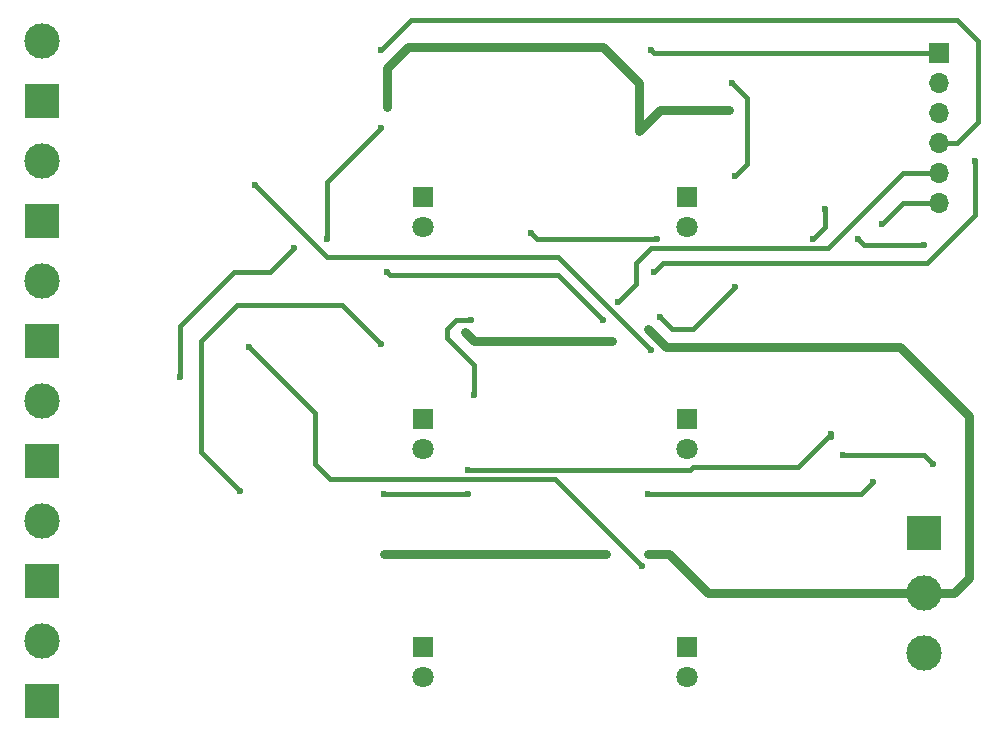
<source format=gbr>
G04 #@! TF.FileFunction,Copper,L2,Bot,Signal*
%FSLAX46Y46*%
G04 Gerber Fmt 4.6, Leading zero omitted, Abs format (unit mm)*
G04 Created by KiCad (PCBNEW 4.0.7) date 08/12/18 23:10:55*
%MOMM*%
%LPD*%
G01*
G04 APERTURE LIST*
%ADD10C,0.100000*%
%ADD11R,1.800000X1.800000*%
%ADD12C,1.800000*%
%ADD13R,3.000000X3.000000*%
%ADD14C,3.000000*%
%ADD15R,1.700000X1.700000*%
%ADD16O,1.700000X1.700000*%
%ADD17C,0.600000*%
%ADD18C,0.400000*%
%ADD19C,0.750000*%
G04 APERTURE END LIST*
D10*
D11*
X81280000Y-62484000D03*
D12*
X81280000Y-65024000D03*
D11*
X81280000Y-81788000D03*
D12*
X81280000Y-84328000D03*
D11*
X58928000Y-43688000D03*
D12*
X58928000Y-46228000D03*
D11*
X58928000Y-62484000D03*
D12*
X58928000Y-65024000D03*
D11*
X58928000Y-81788000D03*
D12*
X58928000Y-84328000D03*
D13*
X101346000Y-72136000D03*
D14*
X101346000Y-77216000D03*
X101346000Y-82296000D03*
D15*
X102616000Y-31496000D03*
D16*
X102616000Y-34036000D03*
X102616000Y-36576000D03*
X102616000Y-39116000D03*
X102616000Y-41656000D03*
X102616000Y-44196000D03*
D13*
X26670000Y-35560000D03*
D14*
X26670000Y-30480000D03*
D13*
X26670000Y-45720000D03*
D14*
X26670000Y-40640000D03*
D13*
X26670000Y-55880000D03*
D14*
X26670000Y-50800000D03*
D13*
X26670000Y-66040000D03*
D14*
X26670000Y-60960000D03*
D13*
X26670000Y-76200000D03*
D14*
X26670000Y-71120000D03*
D13*
X26670000Y-86360000D03*
D14*
X26670000Y-81280000D03*
D11*
X81280000Y-43688000D03*
D12*
X81280000Y-46228000D03*
D17*
X85344000Y-51308000D03*
X78994000Y-53848000D03*
X92964000Y-44704000D03*
X91948000Y-47244000D03*
X78232000Y-56642000D03*
X44704000Y-42672000D03*
X44196000Y-56388000D03*
X77470000Y-74930000D03*
X38354000Y-58928000D03*
X48006000Y-48006000D03*
X50800000Y-47244000D03*
X55372000Y-37846000D03*
X78232000Y-31242000D03*
X105664000Y-40640000D03*
X78486000Y-50038000D03*
X77978000Y-68834000D03*
X97028000Y-67818000D03*
X55372000Y-31242000D03*
X75438000Y-52578000D03*
X74168000Y-54102000D03*
X55880000Y-50038000D03*
X97790000Y-45974000D03*
X93472000Y-63754000D03*
X62738000Y-66802000D03*
X62738000Y-68834000D03*
X55626000Y-68834000D03*
X85344000Y-41910000D03*
X85090000Y-34036000D03*
X63246000Y-60452000D03*
X62992000Y-54102000D03*
X55372000Y-56134000D03*
X43434000Y-68580000D03*
X74930000Y-55880000D03*
X62484000Y-55118000D03*
X55880000Y-36068000D03*
X84836000Y-36322000D03*
X77216000Y-38100000D03*
X77978000Y-54864000D03*
X55626000Y-73914000D03*
X74422000Y-73914000D03*
X77978000Y-73914000D03*
X78740000Y-47244000D03*
X68072000Y-46736000D03*
X101346000Y-47752000D03*
X95758000Y-47244000D03*
X94488000Y-65532000D03*
X102108000Y-66294000D03*
D18*
X81788000Y-54864000D02*
X85344000Y-51308000D01*
X80010000Y-54864000D02*
X81788000Y-54864000D01*
X78994000Y-53848000D02*
X80010000Y-54864000D01*
X92964000Y-46228000D02*
X92964000Y-44704000D01*
X91948000Y-47244000D02*
X92964000Y-46228000D01*
X70358000Y-48768000D02*
X78232000Y-56642000D01*
X50800000Y-48768000D02*
X70358000Y-48768000D01*
X44704000Y-42672000D02*
X50800000Y-48768000D01*
X44196000Y-56388000D02*
X49784000Y-61976000D01*
X49784000Y-61976000D02*
X49784000Y-66294000D01*
X49784000Y-66294000D02*
X51054000Y-67564000D01*
X51054000Y-67564000D02*
X70104000Y-67564000D01*
X70104000Y-67564000D02*
X77470000Y-74930000D01*
X38354000Y-54610000D02*
X38354000Y-58928000D01*
X42926000Y-50038000D02*
X38354000Y-54610000D01*
X45974000Y-50038000D02*
X42926000Y-50038000D01*
X48006000Y-48006000D02*
X45974000Y-50038000D01*
X50800000Y-42418000D02*
X50800000Y-47244000D01*
X55372000Y-37846000D02*
X50800000Y-42418000D01*
X78486000Y-31496000D02*
X102616000Y-31496000D01*
X78232000Y-31242000D02*
X78486000Y-31496000D01*
X105664000Y-45212000D02*
X105664000Y-40640000D01*
X101600000Y-49276000D02*
X105664000Y-45212000D01*
X79248000Y-49276000D02*
X101600000Y-49276000D01*
X78486000Y-50038000D02*
X79248000Y-49276000D01*
X77978000Y-68834000D02*
X96012000Y-68834000D01*
X96012000Y-68834000D02*
X97028000Y-67818000D01*
X104140000Y-39116000D02*
X102616000Y-39116000D01*
X105918000Y-37338000D02*
X104140000Y-39116000D01*
X105918000Y-30480000D02*
X105918000Y-37338000D01*
X104140000Y-28702000D02*
X105918000Y-30480000D01*
X57912000Y-28702000D02*
X104140000Y-28702000D01*
X55372000Y-31242000D02*
X57912000Y-28702000D01*
X99568000Y-41656000D02*
X102616000Y-41656000D01*
X93218000Y-48006000D02*
X99568000Y-41656000D01*
X78232000Y-48006000D02*
X93218000Y-48006000D01*
X76962000Y-49276000D02*
X78232000Y-48006000D01*
X76962000Y-51054000D02*
X76962000Y-49276000D01*
X75438000Y-52578000D02*
X76962000Y-51054000D01*
X70358000Y-50292000D02*
X74168000Y-54102000D01*
X56134000Y-50292000D02*
X70358000Y-50292000D01*
X55880000Y-50038000D02*
X56134000Y-50292000D01*
X97790000Y-45974000D02*
X99568000Y-44196000D01*
X102616000Y-44196000D02*
X99568000Y-44196000D01*
X93472000Y-63754000D02*
X93218000Y-64008000D01*
X93218000Y-64008000D02*
X93472000Y-64008000D01*
X90678000Y-66548000D02*
X93218000Y-64008000D01*
X81788000Y-66548000D02*
X90678000Y-66548000D01*
X81534000Y-66802000D02*
X81788000Y-66548000D01*
X62738000Y-66802000D02*
X81534000Y-66802000D01*
X55626000Y-68834000D02*
X62738000Y-68834000D01*
X86360000Y-40894000D02*
X85344000Y-41910000D01*
X86360000Y-35306000D02*
X86360000Y-40894000D01*
X85090000Y-34036000D02*
X86360000Y-35306000D01*
X63246000Y-57912000D02*
X63246000Y-60452000D01*
X60960000Y-55626000D02*
X63246000Y-57912000D01*
X60960000Y-54864000D02*
X60960000Y-55626000D01*
X61722000Y-54102000D02*
X60960000Y-54864000D01*
X62992000Y-54102000D02*
X61722000Y-54102000D01*
X52070000Y-52832000D02*
X55372000Y-56134000D01*
X43180000Y-52832000D02*
X52070000Y-52832000D01*
X40132000Y-55880000D02*
X43180000Y-52832000D01*
X40132000Y-65278000D02*
X40132000Y-55880000D01*
X43434000Y-68580000D02*
X40132000Y-65278000D01*
D19*
X63246000Y-55880000D02*
X74930000Y-55880000D01*
X62484000Y-55118000D02*
X63246000Y-55880000D01*
X77216000Y-38100000D02*
X77216000Y-34036000D01*
X55880000Y-32766000D02*
X55880000Y-36068000D01*
X57658000Y-30988000D02*
X55880000Y-32766000D01*
X74168000Y-30988000D02*
X57658000Y-30988000D01*
X76708000Y-33528000D02*
X74168000Y-30988000D01*
X77216000Y-34036000D02*
X76708000Y-33528000D01*
X78994000Y-36322000D02*
X84836000Y-36322000D01*
X77216000Y-38100000D02*
X78994000Y-36322000D01*
X99314000Y-56388000D02*
X79502000Y-56388000D01*
X103886000Y-77216000D02*
X105156000Y-75946000D01*
X105156000Y-75946000D02*
X105156000Y-62230000D01*
X105156000Y-62230000D02*
X99314000Y-56388000D01*
X101346000Y-77216000D02*
X103886000Y-77216000D01*
X79502000Y-56388000D02*
X77978000Y-54864000D01*
X74422000Y-73914000D02*
X55626000Y-73914000D01*
X101346000Y-77216000D02*
X83058000Y-77216000D01*
X79756000Y-73914000D02*
X77978000Y-73914000D01*
X83058000Y-77216000D02*
X79756000Y-73914000D01*
D18*
X68580000Y-47244000D02*
X78740000Y-47244000D01*
X68072000Y-46736000D02*
X68580000Y-47244000D01*
X96266000Y-47752000D02*
X101346000Y-47752000D01*
X95758000Y-47244000D02*
X96266000Y-47752000D01*
X101346000Y-65532000D02*
X94488000Y-65532000D01*
X102108000Y-66294000D02*
X101346000Y-65532000D01*
M02*

</source>
